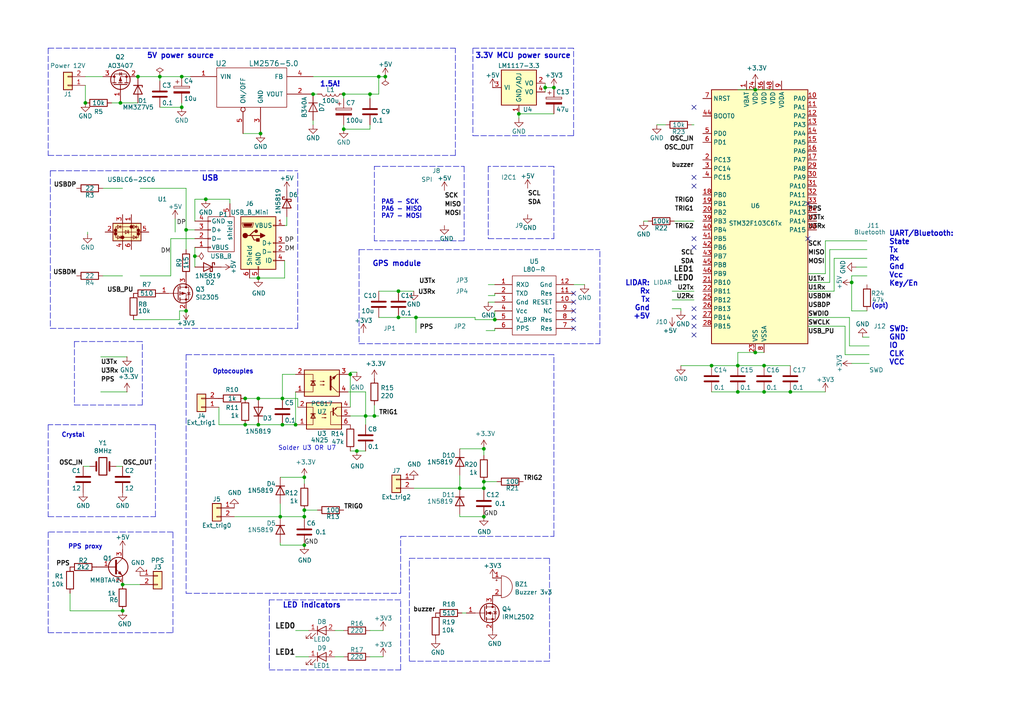
<source format=kicad_sch>
(kicad_sch (version 20231120) (generator "eeschema") (generator_version "8.0")
  (paper "A4")
  (junction (at 88.265 158.115))
  (junction (at 115.57 84.455))
  (junction (at 247.015 81.915))
  (junction (at 143.51 92.71))
  (junction (at 88.265 147.955))
  (junction (at 53.975 66.675))
  (junction (at 75.565 38.735))
  (junction (at 56.515 74.295))
  (junction (at 106.045 120.65))
  (junction (at 133.35 141.605))
  (junction (at 88.265 149.86))
  (junction (at 103.505 130.81))
  (junction (at 219.075 26.035))
  (junction (at 81.915 115.57))
  (junction (at 140.335 141.605))
  (junction (at 101.6 108.585))
  (junction (at 229.235 113.665))
  (junction (at 85.725 123.19))
  (junction (at 52.705 22.225))
  (junction (at 206.375 106.045))
  (junction (at 35.56 177.165))
  (junction (at 99.695 37.465))
  (junction (at 74.93 123.19))
  (junction (at 24.765 29.845))
  (junction (at 81.28 149.86))
  (junction (at 221.615 113.665))
  (junction (at 108.585 120.65))
  (junction (at 88.265 138.43))
  (junction (at 34.925 29.845))
  (junction (at 213.995 113.665))
  (junction (at 219.075 102.235))
  (junction (at 59.69 57.785))
  (junction (at 81.915 123.19))
  (junction (at 115.57 92.075))
  (junction (at 99.695 27.305))
  (junction (at 221.615 106.045))
  (junction (at 40.005 22.225))
  (junction (at 140.335 130.175))
  (junction (at 53.975 90.17))
  (junction (at 74.93 115.57))
  (junction (at 71.12 115.57))
  (junction (at 160.655 25.4))
  (junction (at 140.335 139.7))
  (junction (at 111.76 22.225))
  (junction (at 35.56 169.545))
  (junction (at 150.495 33.02))
  (junction (at 140.335 149.86))
  (junction (at 46.355 22.225))
  (junction (at 74.93 80.645))
  (junction (at 120.65 92.075))
  (junction (at 107.315 27.305))
  (junction (at 90.805 27.305))
  (junction (at 52.705 31.115))
  (junction (at 213.995 106.045))
  (junction (at 109.855 22.225))
  (junction (at 71.12 123.19))
  (junction (at 158.115 25.4))
  (no_connect (at 166.37 87.63))
  (no_connect (at 166.37 90.17))
  (no_connect (at 201.295 92.075))
  (no_connect (at 201.295 51.435))
  (no_connect (at 234.315 69.215))
  (no_connect (at 166.37 92.71))
  (no_connect (at 201.295 97.155))
  (no_connect (at 201.295 53.975))
  (no_connect (at 201.295 71.755))
  (no_connect (at 201.295 89.535))
  (no_connect (at 166.37 85.09))
  (no_connect (at 201.295 31.115))
  (no_connect (at 201.295 69.215))
  (no_connect (at 234.315 59.055))
  (no_connect (at 166.37 95.25))
  (no_connect (at 201.295 94.615))
  (wire (pts (xy 239.395 79.375) (xy 239.395 69.85)))
  (polyline (pts (xy 13.97 45.085) (xy 132.08 45.085)) (stroke (width 0) (type dash)))
  (wire (pts (xy 109.855 92.075) (xy 115.57 92.075)))
  (polyline (pts (xy 45.085 149.86) (xy 45.085 123.19)) (stroke (width 0) (type dash)))
  (wire (pts (xy 29.845 80.01) (xy 35.56 80.01)))
  (wire (pts (xy 56.515 74.295) (xy 56.515 77.47)))
  (wire (pts (xy 143.51 95.885) (xy 140.97 95.885)))
  (wire (pts (xy 101.6 108.585) (xy 100.965 108.585)))
  (wire (pts (xy 234.315 79.375) (xy 239.395 79.375)))
  (wire (pts (xy 100.965 113.665) (xy 106.045 113.665)))
  (wire (pts (xy 24.765 24.765) (xy 24.765 29.845)))
  (wire (pts (xy 40.005 22.225) (xy 46.355 22.225)))
  (polyline (pts (xy 134.62 48.26) (xy 134.62 69.85)) (stroke (width 0) (type dash)))
  (wire (pts (xy 141.605 87.63) (xy 143.51 87.63)))
  (wire (pts (xy 97.155 190.5) (xy 99.695 190.5)))
  (wire (pts (xy 234.315 92.075) (xy 246.38 92.075)))
  (wire (pts (xy 63.5 118.11) (xy 63.5 123.19)))
  (wire (pts (xy 88.265 158.115) (xy 81.28 158.115)))
  (polyline (pts (xy 104.14 99.695) (xy 173.99 99.695)) (stroke (width 0) (type dash)))
  (wire (pts (xy 143.51 82.55) (xy 141.605 82.55)))
  (wire (pts (xy 70.485 38.735) (xy 75.565 38.735)))
  (wire (pts (xy 85.725 182.88) (xy 89.535 182.88)))
  (wire (pts (xy 106.045 123.19) (xy 106.045 120.65)))
  (polyline (pts (xy 86.36 95.25) (xy 86.36 49.53)) (stroke (width 0) (type dash)))
  (polyline (pts (xy 14.605 95.25) (xy 86.36 95.25)) (stroke (width 0) (type dash)))
  (wire (pts (xy 49.53 69.215) (xy 56.515 69.215)))
  (wire (pts (xy 103.505 130.81) (xy 101.6 130.81)))
  (wire (pts (xy 219.075 26.035) (xy 219.075 24.13)))
  (polyline (pts (xy 78.105 194.31) (xy 116.205 194.31)) (stroke (width 0) (type dash)))
  (wire (pts (xy 213.995 113.665) (xy 221.615 113.665)))
  (wire (pts (xy 49.53 69.215) (xy 49.53 80.01)))
  (wire (pts (xy 213.995 106.045) (xy 213.995 102.235)))
  (polyline (pts (xy 13.97 13.97) (xy 13.97 45.085)) (stroke (width 0) (type dash)))
  (polyline (pts (xy 104.14 72.39) (xy 104.14 99.695)) (stroke (width 0) (type dash)))
  (wire (pts (xy 234.315 81.915) (xy 240.665 81.915)))
  (wire (pts (xy 247.015 105.41) (xy 252.095 105.41)))
  (wire (pts (xy 137.795 92.71) (xy 137.795 92.075)))
  (wire (pts (xy 46.355 23.495) (xy 46.355 22.225)))
  (wire (pts (xy 133.35 149.86) (xy 133.35 149.225)))
  (polyline (pts (xy 159.385 191.77) (xy 118.745 191.77)) (stroke (width 0) (type dash)))
  (polyline (pts (xy 41.275 117.475) (xy 41.275 99.06)) (stroke (width 0) (type dash)))
  (wire (pts (xy 197.485 89.535) (xy 197.485 90.17)))
  (wire (pts (xy 234.315 84.455) (xy 241.935 84.455)))
  (wire (pts (xy 141.605 85.725) (xy 143.51 85.725)))
  (wire (pts (xy 213.995 26.035) (xy 219.075 26.035)))
  (wire (pts (xy 86.36 115.57) (xy 86.36 118.11)))
  (polyline (pts (xy 160.655 69.215) (xy 160.655 48.26)) (stroke (width 0) (type dash)))
  (wire (pts (xy 50.8 63.5) (xy 50.8 67.31)))
  (wire (pts (xy 201.295 84.455) (xy 194.945 84.455)))
  (wire (pts (xy 194.945 86.995) (xy 201.295 86.995)))
  (wire (pts (xy 20.32 177.165) (xy 35.56 177.165)))
  (wire (pts (xy 245.11 94.615) (xy 245.11 102.87)))
  (wire (pts (xy 195.58 64.135) (xy 201.295 64.135)))
  (wire (pts (xy 213.995 106.045) (xy 221.615 106.045)))
  (wire (pts (xy 143.51 85.725) (xy 143.51 85.09)))
  (polyline (pts (xy 116.205 172.085) (xy 116.205 155.575)) (stroke (width 0) (type dash)))
  (polyline (pts (xy 13.97 123.19) (xy 13.97 149.86)) (stroke (width 0) (type dash)))
  (wire (pts (xy 150.495 33.02) (xy 160.655 33.02)))
  (wire (pts (xy 29.21 113.665) (xy 36.83 113.665)))
  (wire (pts (xy 88.265 149.86) (xy 88.265 147.955)))
  (polyline (pts (xy 14.605 49.53) (xy 14.605 95.25)) (stroke (width 0) (type dash)))
  (wire (pts (xy 186.69 64.135) (xy 187.96 64.135)))
  (wire (pts (xy 99.695 27.305) (xy 99.695 28.575)))
  (wire (pts (xy 25.4 67.945) (xy 25.4 67.31)))
  (wire (pts (xy 101.6 108.585) (xy 101.6 107.95)))
  (wire (pts (xy 52.705 31.115) (xy 52.705 29.845)))
  (wire (pts (xy 72.39 80.645) (xy 74.93 80.645)))
  (wire (pts (xy 120.015 141.605) (xy 133.35 141.605)))
  (polyline (pts (xy 13.97 149.86) (xy 45.085 149.86)) (stroke (width 0) (type dash)))
  (wire (pts (xy 46.355 31.115) (xy 52.705 31.115)))
  (wire (pts (xy 158.115 24.13) (xy 158.115 25.4)))
  (wire (pts (xy 53.975 66.675) (xy 56.515 66.675)))
  (polyline (pts (xy 53.975 102.87) (xy 53.975 172.085)) (stroke (width 0) (type dash)))
  (wire (pts (xy 53.975 72.39) (xy 53.975 66.675)))
  (polyline (pts (xy 13.97 13.97) (xy 132.08 13.97)) (stroke (width 0) (type dash)))
  (wire (pts (xy 120.65 92.075) (xy 115.57 92.075)))
  (wire (pts (xy 252.095 102.87) (xy 245.11 102.87)))
  (wire (pts (xy 85.725 190.5) (xy 89.535 190.5)))
  (wire (pts (xy 206.375 106.045) (xy 213.995 106.045)))
  (wire (pts (xy 88.265 150.495) (xy 88.265 149.86)))
  (polyline (pts (xy 108.585 69.85) (xy 108.585 48.26)) (stroke (width 0) (type dash)))
  (polyline (pts (xy 50.165 183.515) (xy 50.165 154.305)) (stroke (width 0) (type dash)))
  (polyline (pts (xy 118.745 191.77) (xy 118.745 161.925)) (stroke (width 0) (type dash)))
  (wire (pts (xy 106.045 113.665) (xy 106.045 120.65)))
  (wire (pts (xy 34.925 29.845) (xy 40.005 29.845)))
  (wire (pts (xy 219.075 102.235) (xy 221.615 102.235)))
  (polyline (pts (xy 50.165 154.305) (xy 13.97 154.305)) (stroke (width 0) (type dash)))
  (wire (pts (xy 81.915 115.57) (xy 81.915 108.585)))
  (wire (pts (xy 90.805 34.925) (xy 90.805 36.195)))
  (wire (pts (xy 106.045 120.65) (xy 108.585 120.65)))
  (wire (pts (xy 133.985 177.8) (xy 135.255 177.8)))
  (wire (pts (xy 81.28 138.43) (xy 88.265 138.43)))
  (wire (pts (xy 229.235 113.665) (xy 239.395 113.665)))
  (polyline (pts (xy 104.14 72.39) (xy 173.99 72.39)) (stroke (width 0) (type dash)))
  (wire (pts (xy 88.265 138.43) (xy 88.265 140.335)))
  (wire (pts (xy 85.725 123.19) (xy 86.36 123.19)))
  (wire (pts (xy 101.6 118.11) (xy 101.6 108.585)))
  (wire (pts (xy 221.615 106.045) (xy 229.235 106.045)))
  (wire (pts (xy 38.735 92.71) (xy 52.07 92.71)))
  (wire (pts (xy 24.13 135.255) (xy 26.035 135.255)))
  (polyline (pts (xy 13.97 154.305) (xy 13.97 183.515)) (stroke (width 0) (type dash)))
  (wire (pts (xy 53.975 54.61) (xy 53.975 66.675)))
  (wire (pts (xy 107.315 27.305) (xy 109.855 27.305)))
  (wire (pts (xy 143.51 95.25) (xy 143.51 95.885)))
  (wire (pts (xy 108.585 120.65) (xy 109.855 120.65)))
  (polyline (pts (xy 166.37 13.97) (xy 137.16 13.97)) (stroke (width 0) (type dash)))
  (wire (pts (xy 71.12 115.57) (xy 74.93 115.57)))
  (wire (pts (xy 81.28 149.86) (xy 81.28 146.05)))
  (wire (pts (xy 56.515 71.755) (xy 56.515 74.295)))
  (wire (pts (xy 66.675 57.785) (xy 66.675 59.055)))
  (wire (pts (xy 241.935 84.455) (xy 241.935 74.93)))
  (polyline (pts (xy 159.385 161.925) (xy 159.385 191.77)) (stroke (width 0) (type dash)))
  (wire (pts (xy 59.69 57.785) (xy 66.675 57.785)))
  (wire (pts (xy 140.335 149.86) (xy 133.35 149.86)))
  (wire (pts (xy 52.07 92.71) (xy 52.07 90.17)))
  (wire (pts (xy 101.6 120.65) (xy 106.045 120.65)))
  (polyline (pts (xy 53.975 172.085) (xy 116.205 172.085)) (stroke (width 0) (type dash)))
  (wire (pts (xy 40.64 54.61) (xy 53.975 54.61)))
  (wire (pts (xy 81.915 123.19) (xy 85.725 123.19)))
  (wire (pts (xy 24.765 22.225) (xy 29.845 22.225)))
  (wire (pts (xy 246.38 92.075) (xy 246.38 100.33)))
  (polyline (pts (xy 21.59 117.475) (xy 41.275 117.475)) (stroke (width 0) (type dash)))
  (wire (pts (xy 140.335 130.175) (xy 140.335 132.08)))
  (polyline (pts (xy 118.745 161.925) (xy 159.385 161.925)) (stroke (width 0) (type dash)))
  (polyline (pts (xy 134.62 69.85) (xy 108.585 69.85)) (stroke (width 0) (type dash)))
  (wire (pts (xy 250.19 97.79) (xy 252.095 97.79)))
  (wire (pts (xy 120.65 96.52) (xy 120.65 92.075)))
  (polyline (pts (xy 160.655 48.26) (xy 141.605 48.26)) (stroke (width 0) (type dash)))
  (wire (pts (xy 52.705 22.225) (xy 55.245 22.225)))
  (wire (pts (xy 56.515 57.785) (xy 59.69 57.785)))
  (wire (pts (xy 150.495 34.29) (xy 150.495 33.02)))
  (wire (pts (xy 240.665 81.915) (xy 240.665 72.39)))
  (wire (pts (xy 35.56 135.255) (xy 33.655 135.255)))
  (wire (pts (xy 248.285 77.47) (xy 251.46 77.47)))
  (wire (pts (xy 56.515 57.785) (xy 56.515 64.135)))
  (wire (pts (xy 240.665 72.39) (xy 251.46 72.39)))
  (wire (pts (xy 213.995 102.235) (xy 219.075 102.235)))
  (polyline (pts (xy 160.655 155.575) (xy 160.655 102.87)) (stroke (width 0) (type dash)))
  (wire (pts (xy 140.335 141.605) (xy 140.335 139.7)))
  (polyline (pts (xy 78.105 173.99) (xy 78.105 194.31)) (stroke (width 0) (type dash)))
  (polyline (pts (xy 14.605 49.53) (xy 86.36 49.53)) (stroke (width 0) (type dash)))
  (wire (pts (xy 133.35 141.605) (xy 133.35 137.795)))
  (wire (pts (xy 158.115 25.4) (xy 158.115 26.67)))
  (wire (pts (xy 88.265 147.955) (xy 92.075 147.955)))
  (wire (pts (xy 252.095 100.33) (xy 246.38 100.33)))
  (wire (pts (xy 83.185 62.865) (xy 83.185 65.405)))
  (wire (pts (xy 115.57 84.455) (xy 120.015 84.455)))
  (wire (pts (xy 109.855 27.305) (xy 109.855 22.225)))
  (wire (pts (xy 247.015 80.01) (xy 251.46 80.01)))
  (wire (pts (xy 97.155 182.88) (xy 99.695 182.88)))
  (wire (pts (xy 247.015 80.01) (xy 247.015 81.915)))
  (wire (pts (xy 29.21 103.505) (xy 36.83 103.505)))
  (wire (pts (xy 234.315 94.615) (xy 245.11 94.615)))
  (wire (pts (xy 247.015 81.915) (xy 247.015 90.17)))
  (wire (pts (xy 221.615 113.665) (xy 229.235 113.665)))
  (wire (pts (xy 133.35 130.175) (xy 140.335 130.175)))
  (wire (pts (xy 29.845 54.61) (xy 35.56 54.61)))
  (wire (pts (xy 107.315 37.465) (xy 99.695 37.465)))
  (polyline (pts (xy 132.08 45.085) (xy 132.08 13.97)) (stroke (width 0) (type dash)))
  (wire (pts (xy 251.46 90.17) (xy 247.015 90.17)))
  (wire (pts (xy 158.115 25.4) (xy 160.655 25.4)))
  (wire (pts (xy 35.56 169.545) (xy 40.64 169.545)))
  (polyline (pts (xy 41.275 99.06) (xy 21.59 99.06)) (stroke (width 0) (type dash)))
  (polyline (pts (xy 137.16 13.97) (xy 137.16 39.37)) (stroke (width 0) (type dash)))
  (polyline (pts (xy 116.205 155.575) (xy 160.655 155.575)) (stroke (width 0) (type dash)))
  (wire (pts (xy 107.315 190.5) (xy 111.125 190.5)))
  (wire (pts (xy 99.695 37.465) (xy 99.695 36.195)))
  (wire (pts (xy 90.805 22.225) (xy 109.855 22.225)))
  (wire (pts (xy 137.795 92.075) (xy 120.65 92.075)))
  (wire (pts (xy 140.335 142.24) (xy 140.335 141.605)))
  (wire (pts (xy 109.855 22.225) (xy 111.76 22.225)))
  (wire (pts (xy 52.07 90.17) (xy 53.975 90.17)))
  (polyline (pts (xy 53.975 102.87) (xy 160.655 102.87)) (stroke (width 0) (type dash)))
  (polyline (pts (xy 108.585 48.26) (xy 134.62 48.26)) (stroke (width 0) (type dash)))
  (wire (pts (xy 137.795 92.71) (xy 143.51 92.71)))
  (wire (pts (xy 107.315 36.195) (xy 107.315 37.465)))
  (wire (pts (xy 83.185 65.405) (xy 82.55 65.405)))
  (wire (pts (xy 107.315 27.305) (xy 107.315 28.575)))
  (wire (pts (xy 106.045 130.81) (xy 103.505 130.81)))
  (polyline (pts (xy 116.205 173.99) (xy 78.105 173.99)) (stroke (width 0) (type dash)))
  (wire (pts (xy 81.28 158.115) (xy 81.28 157.48)))
  (wire (pts (xy 190.5 36.195) (xy 193.04 36.195)))
  (polyline (pts (xy 173.99 99.695) (xy 173.99 72.39)) (stroke (width 0) (type dash)))
  (wire (pts (xy 82.55 80.645) (xy 82.55 75.565)))
  (wire (pts (xy 99.695 27.305) (xy 107.315 27.305)))
  (wire (pts (xy 71.12 123.19) (xy 74.93 123.19)))
  (polyline (pts (xy 137.16 39.37) (xy 166.37 39.37)) (stroke (width 0) (type dash)))
  (wire (pts (xy 81.915 115.57) (xy 86.36 115.57)))
  (wire (pts (xy 67.945 149.86) (xy 81.28 149.86)))
  (wire (pts (xy 206.375 113.665) (xy 213.995 113.665)))
  (wire (pts (xy 109.855 84.455) (xy 115.57 84.455)))
  (polyline (pts (xy 21.59 99.06) (xy 21.59 117.475)) (stroke (width 0) (type dash)))
  (wire (pts (xy 90.805 27.305) (xy 92.075 27.305)))
  (polyline (pts (xy 166.37 39.37) (xy 166.37 13.97)) (stroke (width 0) (type dash)))
  (wire (pts (xy 133.35 141.605) (xy 140.335 141.605)))
  (polyline (pts (xy 141.605 69.215) (xy 160.655 69.215)) (stroke (width 0) (type dash)))
  (wire (pts (xy 140.335 139.7) (xy 144.145 139.7)))
  (wire (pts (xy 32.385 29.845) (xy 34.925 29.845)))
  (wire (pts (xy 85.725 113.665) (xy 85.725 123.19)))
  (wire (pts (xy 239.395 69.85) (xy 251.46 69.85)))
  (polyline (pts (xy 13.97 183.515) (xy 50.165 183.515)) (stroke (width 0) (type dash)))
  (wire (pts (xy 219.075 26.035) (xy 224.155 26.035)))
  (wire (pts (xy 200.66 36.195) (xy 201.295 36.195)))
  (wire (pts (xy 20.32 172.085) (xy 20.32 177.165)))
  (wire (pts (xy 74.93 80.645) (xy 82.55 80.645)))
  (polyline (pts (xy 141.605 48.26) (xy 141.605 69.215)) (stroke (width 0) (type dash)))
  (polyline (pts (xy 116.205 194.31) (xy 116.205 173.99)) (stroke (width 0) (type dash)))
  (wire (pts (xy 81.915 123.19) (xy 74.93 123.19)))
  (wire (pts (xy 74.93 115.57) (xy 81.915 115.57)))
  (wire (pts (xy 46.355 22.225) (xy 52.705 22.225)))
  (wire (pts (xy 143.51 92.71) (xy 143.51 90.17)))
  (wire (pts (xy 241.935 74.93) (xy 251.46 74.93)))
  (wire (pts (xy 101.6 107.95) (xy 103.505 107.95)))
  (polyline (pts (xy 45.085 123.19) (xy 13.97 123.19)) (stroke (width 0) (type dash)))
  (wire (pts (xy 40.64 80.01) (xy 49.53 80.01)))
  (wire (pts (xy 81.28 149.86) (xy 88.265 149.86)))
  (wire (pts (xy 107.315 182.88) (xy 111.125 182.88)))
  (wire (pts (xy 166.37 82.55) (xy 169.545 82.55)))
  (wire (pts (xy 194.945 89.535) (xy 197.485 89.535)))
  (wire (pts (xy 81.915 108.585) (xy 85.725 108.585)))
  (wire (pts (xy 63.5 123.19) (xy 71.12 123.19)))
  (wire (pts (xy 197.485 106.045) (xy 206.375 106.045)))
  (wire (pts (xy 108.585 117.475) (xy 108.585 120.65)))
  (text "5V power source" (at 42.545 17.145 0) (effects (font (size 1.524 1.524) (thickness 0.3048) (bold yes)) (justify left bottom)))
  (text "LED indicators" (at 81.915 176.53 0) (effects (font (size 1.524 1.524) (thickness 0.3048) (bold yes)) (justify left bottom)))
  (text "(opt)" (at 252.73 89.535 0) (effects (font (size 1.27 1.27) (thickness 0.254) (bold yes)) (justify left bottom)))
  (text "GPS module" (at 107.95 77.47 0) (effects (font (size 1.524 1.524) (thickness 0.3048) (bold yes)) (justify left bottom)))
  (text "UART/Bluetooth:\nState\nTx\nRx\nGnd\nVcc\nKey/En" (at 257.81 83.185 0) (effects (font (size 1.4986 1.4986) (thickness 0.2997) (bold yes)) (justify left bottom)))
  (text "LIDAR:\nRx\nTx\nGnd\n+5V" (at 188.595 92.71 0) (effects (font (size 1.4986 1.4986) (thickness 0.2997) (bold yes)) (justify right bottom)))
  (text "SWD:\nGND\nIO\nCLK\nVCC" (at 257.81 106.045 0) (effects (font (size 1.4986 1.4986) (thickness 0.2997) (bold yes)) (justify left bottom)))
  (text "USB" (at 58.42 52.705 0) (effects (font (size 1.5494 1.5494) (thickness 0.3099) (bold yes)) (justify left bottom)))
  (text "3.3V MCU power source" (at 137.795 17.145 0) (effects (font (size 1.524 1.524) (thickness 0.3048) (bold yes)) (justify left bottom)))
  (text "PA5 - SCK\nPA6 - MISO\nPA7 - MOSI" (at 110.49 63.5 0) (effects (font (size 1.27 1.27) (thickness 0.254) (bold yes)) (justify left bottom)))
  (text "PPS proxy" (at 19.685 159.385 0) (effects (font (size 1.27 1.27) (thickness 0.254) (bold yes)) (justify left bottom)))
  (text "Crystal" (at 17.78 127 0) (effects (font (size 1.27 1.27) (thickness 0.254) (bold yes)) (justify left bottom)))
  (text "1.5A!" (at 92.71 25.4 0) (effects (font (size 1.524 1.524) (thickness 0.3048) (bold yes)) (justify left bottom)))
  (text "Optocouples" (at 61.595 108.585 0) (effects (font (size 1.27 1.27) (thickness 0.254) (bold yes)) (justify left bottom)))
  (text "Solder U3 OR U7" (at 80.645 130.81 0) (effects (font (size 1.27 1.27)) (justify left bottom)))
  (label "TRIG0" (at 99.695 147.955 0) (effects (font (thickness 0.254) (bold yes))))
  (label "USBDP" (at 234.315 89.535 0) (effects (font (thickness 0.254) (bold yes))))
  (label "SCK" (at 128.905 57.785 0) (effects (font (thickness 0.254) (bold yes))))
  (label "TRIG2" (at 201.295 66.675 180) (effects (font (thickness 0.254) (bold yes))))
  (label "DM" (at 49.53 73.66 180))
  (label "SDA" (at 153.035 59.69 0) (effects (font (thickness 0.254) (bold yes))))
  (label "U3Tx" (at 126.365 82.55 180) (effects (font (thickness 0.254) (bold yes))))
  (label "U3Rx" (at 126.365 85.725 180) (effects (font (thickness 0.254) (bold yes))))
  (label "MISO" (at 234.315 74.295 0) (effects (font (thickness 0.254) (bold yes))))
  (label "USB_PU" (at 234.315 97.155 0) (effects (font (thickness 0.254) (bold yes))))
  (label "SCL" (at 153.035 57.15 0) (effects (font (thickness 0.254) (bold yes))))
  (label "SCK" (at 234.315 71.755 0) (effects (font (thickness 0.254) (bold yes))))
  (label "TRIG2" (at 151.765 139.7 0) (effects (font (thickness 0.254) (bold yes))))
  (label "U3Tx" (at 29.21 106.045 0) (effects (font (thickness 0.254) (bold yes))))
  (label "SCL" (at 201.295 74.295 180) (effects (font (thickness 0.254) (bold yes))))
  (label "MOSI" (at 128.905 62.865 0) (effects (font (thickness 0.254) (bold yes))))
  (label "MISO" (at 128.905 60.325 0) (effects (font (thickness 0.254) (bold yes))))
  (label "TRIG0" (at 201.295 59.055 180) (effects (font (thickness 0.254) (bold yes))))
  (label "USBDM" (at 234.315 86.995 0) (effects (font (thickness 0.254) (bold yes))))
  (label "GND" (at 140.335 149.86 0))
  (label "U3Rx" (at 234.315 66.675 0) (effects (font (thickness 0.254) (bold yes))))
  (label "PPS" (at 234.315 61.595 0) (effects (font (thickness 0.254) (bold yes))))
  (label "SDA" (at 201.295 76.835 180) (effects (font (thickness 0.254) (bold yes))))
  (label "LED1" (at 85.725 190.5 180) (effects (font (size 1.524 1.524) (thickness 0.3048) (bold yes))))
  (label "PPS" (at 125.73 95.885 180) (effects (font (thickness 0.254) (bold yes))))
  (label "USBDP" (at 22.225 54.61 180) (effects (font (thickness 0.254) (bold yes))))
  (label "U3Tx" (at 234.315 64.135 0) (effects (font (thickness 0.254) (bold yes))))
  (label "OSC_OUT" (at 35.56 135.255 0) (effects (font (thickness 0.254) (bold yes))))
  (label "U2Tx" (at 201.295 84.455 180) (effects (font (thickness 0.254) (bold yes))))
  (label "DP" (at 82.55 70.485 0))
  (label "buzzer" (at 126.365 177.8 180) (effects (font (thickness 0.254) (bold yes))))
  (label "USBDM" (at 22.225 80.01 180) (effects (font (thickness 0.254) (bold yes))))
  (label "DP" (at 53.975 65.405 180))
  (label "PPS" (at 20.32 164.465 180) (effects (font (thickness 0.254) (bold yes))))
  (label "USB_PU" (at 38.735 85.09 180) (effects (font (thickness 0.254) (bold yes))))
  (label "buzzer" (at 201.295 48.895 180) (effects (font (thickness 0.254) (bold yes))))
  (label "U1Tx" (at 234.315 81.915 0) (effects (font (thickness 0.254) (bold yes))))
  (label "MOSI" (at 234.315 76.835 0) (effects (font (thickness 0.254) (bold yes))))
  (label "U2Rx" (at 201.295 86.995 180) (effects (font (thickness 0.254) (bold yes))))
  (label "LED1" (at 201.295 79.375 180) (effects (font (size 1.524 1.524) (thickness 0.3048) (bold yes))))
  (label "OSC_IN" (at 24.13 135.255 180) (effects (font (thickness 0.254) (bold yes))))
  (label "U3Rx" (at 29.21 108.585 0) (effects (font (thickness 0.254) (bold yes))))
  (label "SWDIO" (at 234.315 92.075 0) (effects (font (thickness 0.254) (bold yes))))
  (label "DM" (at 82.55 73.025 0))
  (label "LED0" (at 85.725 182.88 180) (effects (font (size 1.524 1.524) (thickness 0.3048) (bold yes))))
  (label "PPS" (at 29.21 111.125 0) (effects (font (thickness 0.254) (bold yes))))
  (label "TRIG1" (at 201.295 61.595 180) (effects (font (thickness 0.254) (bold yes))))
  (label "U1Rx" (at 234.315 84.455 0) (effects (font (thickness 0.254) (bold yes))))
  (label "GND" (at 88.265 158.115 0))
  (label "OSC_OUT" (at 201.295 43.815 180) (effects (font (thickness 0.254) (bold yes))))
  (label "OSC_IN" (at 201.295 41.275 180) (effects (font (thickness 0.254) (bold yes))))
  (label "LED0" (at 201.295 81.915 180) (effects (font (size 1.524 1.524) (thickness 0.3048) (bold yes))))
  (label "TRIG1" (at 109.855 120.65 0) (effects (font (thickness 0.254) (bold yes))))
  (label "SWCLK" (at 234.315 94.615 0) (effects (font (thickness 0.254) (bold yes))))
  (symbol (lib_id "stm32-rescue:C") (at 206.375 109.855 0) (unit 1)
    (property "Reference" "C14" (at 207.01 107.315 0) (effects (justify left)))
    (property "Value" "0.1" (at 207.01 112.395 0) (effects (justify left)))
    (property "Footprint" "Capacitor_SMD:C_0603_1608Metric_Pad1.05x0.95mm_HandSolder" (effects (hide yes)))
  )
  (symbol (lib_id "stm32-rescue:LM2576HV") (at 73.025 24.765 0) (unit 1)
    (property "Reference" "U2" (at 64.135 18.415 0) (effects (font (size 1.524 1.524))))
    (property "Value" "LM2576-5.0" (at 79.375 18.415 0) (effects (font (size 1.524 1.524))))
    (property "Footprint" "TO_SOT_Packages_THT:TO-220-5_P3.4x3.7mm_StaggerEven_Lead3.8mm_Vertical" (effects (hide yes)))
    (property "Manufacturer" "Texas Instruments" (effects (hide yes)))
  )
  (symbol (lib_id "stm32-rescue:LM1117-3.3-RESCUE-stm32") (at 150.495 25.4 0) (unit 1)
    (property "Reference" "U4" (at 153.035 31.75 0))
    (property "Value" "LM1117-3.3" (at 150.495 19.05 0))
    (property "Footprint" "TO_SOT_Packages_SMD:SOT-223" (effects (hide yes)))
  )
  (symbol (lib_id "stm32-rescue:D") (at 90.805 31.115 270) (unit 1)
    (property "Reference" "D7" (at 93.345 31.115 0))
    (property "Value" "B340A" (at 88.265 31.115 0))
    (property "Footprint" "Diode_SMD:D_SMA_Handsoldering" (effects (hide yes)))
  )
  (symbol (lib_id "stm32-rescue:L") (at 95.885 27.305 270) (unit 1)
    (property "Reference" "L1" (at 95.885 26.035 90))
    (property "Value" "100u" (at 95.885 29.21 90))
    (property "Footprint" "Inductor_SMD:L_12x12mm_H4.5mm" (effects (hide yes)))
  )
  (symbol (lib_id "stm32-rescue:CP") (at 99.695 32.385 0) (unit 1)
    (property "Reference" "C7" (at 100.33 29.845 0) (effects (justify left)))
    (property "Value" "100u" (at 100.33 34.925 0) (effects (justify left)))
    (property "Footprint" "Capacitor_THT:CP_Radial_D8.0mm_P3.50mm" (effects (hide yes)))
  )
  (symbol (lib_id "stm32-rescue:GND") (at 90.805 36.195 0) (unit 1)
    (property "Reference" "#PWR020" (effects (hide yes)))
    (property "Value" "GND" (at 90.805 40.005 0))
  )
  (symbol (lib_id "stm32-rescue:CP") (at 52.705 26.035 0) (unit 1)
    (property "Reference" "C4" (at 53.34 23.495 0) (effects (justify left)))
    (property "Value" "10u" (at 53.34 28.575 0) (effects (justify left)))
    (property "Footprint" "Capacitor_SMD:C_1206_3216Metric_Pad1.42x1.75mm_HandSolder" (effects (hide yes)))
  )
  (symbol (lib_id "stm32-rescue:GND") (at 52.705 31.115 0) (unit 1)
    (property "Reference" "#PWR010" (effects (hide yes)))
    (property "Value" "GND" (at 52.705 34.925 0))
  )
  (symbol (lib_id "stm32-rescue:GND") (at 99.695 37.465 0) (unit 1)
    (property "Reference" "#PWR021" (effects (hide yes)))
    (property "Value" "GND" (at 99.695 41.275 0))
  )
  (symbol (lib_id "stm32-rescue:GND") (at 75.565 38.735 0) (unit 1)
    (property "Reference" "#PWR016" (effects (hide yes)))
    (property "Value" "GND" (at 75.565 42.545 0))
  )
  (symbol (lib_id "stm32-rescue:+3.3V") (at 160.655 25.4 0) (unit 1)
    (property "Reference" "#PWR042" (effects (hide yes)))
    (property "Value" "+3V3" (at 160.655 21.844 0))
  )
  (symbol (lib_id "stm32-rescue:LED-RESCUE-stm32") (at 93.345 182.88 0) (unit 1)
    (property "Reference" "D8" (at 93.345 180.34 0))
    (property "Value" "LED0" (at 93.345 185.42 0))
    (property "Footprint" "LED_THT:LED_D5.0mm" (effects (hide yes)))
  )
  (symbol (lib_id "stm32-rescue:R") (at 103.505 182.88 90) (unit 1)
    (property "Reference" "R16" (at 103.505 180.848 90))
    (property "Value" "220" (at 103.505 182.88 90))
    (property "Footprint" "Resistor_SMD:R_0603_1608Metric_Pad1.05x0.95mm_HandSolder" (effects (hide yes)))
  )
  (symbol (lib_id "stm32-rescue:+3.3V") (at 111.125 182.88 0) (unit 1)
    (property "Reference" "#PWR024" (effects (hide yes)))
    (property "Value" "+3V3" (at 111.125 179.324 0))
  )
  (symbol (lib_id "stm32-rescue:C") (at 213.995 109.855 0) (unit 1)
    (property "Reference" "C15" (at 214.63 107.315 0) (effects (justify left)))
    (property "Value" "0.1" (at 214.63 112.395 0) (effects (justify left)))
    (property "Footprint" "Capacitor_SMD:C_0603_1608Metric_Pad1.05x0.95mm_HandSolder" (effects (hide yes)))
  )
  (symbol (lib_id "stm32-rescue:C") (at 221.615 109.855 0) (unit 1)
    (property "Reference" "C16" (at 222.25 107.315 0) (effects (justify left)))
    (property "Value" "0.1" (at 222.25 112.395 0) (effects (justify left)))
    (property "Footprint" "Capacitor_SMD:C_0603_1608Metric_Pad1.05x0.95mm_HandSolder" (effects (hide yes)))
  )
  (symbol (lib_id "stm32-rescue:LED-RESCUE-stm32") (at 93.345 190.5 0) (unit 1)
    (property "Reference" "D9" (at 93.345 187.96 0))
    (property "Value" "LED1" (at 93.345 193.04 0))
    (property "Footprint" "LED_THT:LED_D5.0mm" (effects (hide yes)))
  )
  (symbol (lib_id "stm32-rescue:R") (at 103.505 190.5 90) (unit 1)
    (property "Reference" "R17" (at 103.505 188.468 90))
    (property "Value" "220" (at 103.505 190.5 90))
    (property "Footprint" "Resistor_SMD:R_0603_1608Metric_Pad1.05x0.95mm_HandSolder" (effects (hide yes)))
  )
  (symbol (lib_id "stm32-rescue:+3.3V") (at 111.125 190.5 0) (unit 1)
    (property "Reference" "#PWR025" (effects (hide yes)))
    (property "Value" "+3V3" (at 111.125 186.944 0))
  )
  (symbol (lib_id "stm32-rescue:+3.3V") (at 239.395 113.665 0) (unit 1)
    (property "Reference" "#PWR050" (effects (hide yes)))
    (property "Value" "+3V3" (at 239.395 110.109 0))
  )
  (symbol (lib_id "stm32-rescue:GND") (at 197.485 106.045 0) (unit 1)
    (property "Reference" "#PWR048" (effects (hide yes)))
    (property "Value" "GND" (at 197.485 109.855 0))
  )
  (symbol (lib_id "stm32-rescue:C") (at 229.235 109.855 0) (unit 1)
    (property "Reference" "C17" (at 229.87 107.315 0) (effects (justify left)))
    (property "Value" "0.1" (at 229.87 112.395 0) (effects (justify left)))
    (property "Footprint" "Capacitor_SMD:C_0603_1608Metric_Pad1.05x0.95mm_HandSolder" (effects (hide yes)))
  )
  (symbol (lib_id "stm32-rescue:PWR_FLAG") (at 46.355 22.225 0) (unit 1)
    (property "Reference" "#FLG01" (effects (hide yes)))
    (property "Value" "PWR_FLAG" (effects (hide yes)))
  )
  (symbol (lib_id "stm32-rescue:PWR_FLAG") (at 111.76 22.225 180) (unit 1)
    (property "Reference" "#FLG03" (effects (hide yes)))
    (property "Value" "PWR_FLAG" (effects (hide yes)))
  )
  (symbol (lib_id "stm32-rescue:Q_PMOS_GSD") (at 34.925 24.765 90) (unit 1)
    (property "Reference" "Q2" (at 36.195 16.51 90) (effects (justify left)))
    (property "Value" "AO3407" (at 38.735 19.05 90) (effects (justify left)))
    (property "Footprint" "Package_TO_SOT_SMD:SOT-23_Handsoldering" (effects (hide yes)))
  )
  (symbol (lib_id "stm32-rescue:C") (at 46.355 27.305 0) (unit 1)
    (property "Reference" "C3" (at 46.99 24.765 0) (effects (justify left)))
    (property "Value" "0.1" (at 46.99 29.845 0) (effects (justify left)))
    (property "Footprint" "Capacitor_SMD:C_0603_1608Metric_Pad1.05x0.95mm_HandSolder" (effects (hide yes)))
  )
  (symbol (lib_id "stm32-rescue:C") (at 107.315 32.385 0) (unit 1)
    (property "Reference" "C9" (at 110.49 32.385 0) (effects (justify left)))
    (property "Value" "0.1" (at 107.95 34.925 0) (effects (justify left)))
    (property "Footprint" "Capacitor_SMD:C_0603_1608Metric_Pad1.05x0.95mm_HandSolder" (effects (hide yes)))
  )
  (symbol (lib_id "stm32-rescue:USB_A-RESCUE-stm32") (at 64.135 66.675 270) (mirror x) (unit 1)
    (property "Reference" "P1" (at 64.77 62.23 90))
    (property "Value" "USB_B" (at 64.135 74.295 90))
    (property "Footprint" "Connectors_USB:USB_B_OST_USB-B1HSxx_Horizontal" (effects (hide yes)))
  )
  (symbol (lib_id "stm32-rescue:GND") (at 25.4 67.945 0) (unit 1)
    (property "Reference" "#PWR03" (effects (hide yes)))
    (property "Value" "GND" (at 25.4 71.755 0))
  )
  (symbol (lib_id "stm32-rescue:R") (at 26.035 54.61 270) (unit 1)
    (property "Reference" "R3" (at 26.035 56.642 90))
    (property "Value" "22" (at 26.035 54.61 90))
    (property "Footprint" "Resistor_SMD:R_0603_1608Metric_Pad1.05x0.95mm_HandSolder" (effects (hide yes)))
  )
  (symbol (lib_id "stm32-rescue:R") (at 26.035 80.01 270) (unit 1)
    (property "Reference" "R4" (at 26.035 82.042 90))
    (property "Value" "22" (at 26.035 80.01 90))
    (property "Footprint" "Resistor_SMD:R_0603_1608Metric_Pad1.05x0.95mm_HandSolder" (effects (hide yes)))
  )
  (symbol (lib_id "Power_Protection:USBLC6-2SC6") (at 38.1 67.31 270) (unit 1)
    (property "Reference" "U1" (at 45.72 57.785 90) (effects (justify left)))
    (property "Value" "USBLC6-2SC6" (at 31.115 52.07 90) (effects (justify left)))
    (property "Footprint" "TO_SOT_Packages_SMD:SOT-23-6_Handsoldering" (effects (hide yes)))
    (property "Datasheet" "http://www2.st.com/resource/en/datasheet/CD00050750.pdf" (effects (hide yes)))
  )
  (symbol (lib_id "stm32-rescue:+5V") (at 64.135 77.47 270) (mirror x) (unit 1)
    (property "Reference" "#PWR013" (effects (hide yes)))
    (property "Value" "+5V" (at 67.691 77.47 0))
  )
  (symbol (lib_id "stm32-rescue:R") (at 191.77 64.135 270) (unit 1)
    (property "Reference" "R22" (at 191.77 66.167 90))
    (property "Value" "100k" (at 191.77 64.135 90))
    (property "Footprint" "Resistor_SMD:R_0603_1608Metric_Pad1.05x0.95mm_HandSolder" (effects (hide yes)))
  )
  (symbol (lib_id "stm32-rescue:GND") (at 186.69 64.135 0) (unit 1)
    (property "Reference" "#PWR044" (effects (hide yes)))
    (property "Value" "GND" (at 186.69 67.945 0))
  )
  (symbol (lib_id "Chrono:L80-R") (at 154.94 88.9 0) (unit 1)
    (property "Reference" "U5" (at 154.94 75.819 0))
    (property "Value" "L80-R" (at 154.94 78.1304 0))
    (property "Footprint" "chrono:L80-R" (effects (hide yes)))
  )
  (symbol (lib_id "MCU_ST_STM32F1:STM32F103C6Tx") (at 219.075 64.135 0) (unit 1)
    (property "Reference" "U6" (at 219.075 59.69 0))
    (property "Value" "STM32F103C6Tx" (at 219.075 64.77 0))
    (property "Footprint" "Package_QFP:LQFP-48_7x7mm_P0.5mm" (effects (hide yes)))
    (property "Datasheet" "http://www.st.com/st-web-ui/static/active/en/resource/technical/document/datasheet/CD00210843.pdf" (effects (hide yes)))
  )
  (symbol (lib_id "Connector:Conn_01x06_Female") (at 256.54 74.93 0) (unit 1)
    (property "Reference" "J11" (at 251.46 65.405 0) (effects (justify left)))
    (property "Value" "Bluetooth" (at 247.65 67.31 0) (effects (justify left)))
    (property "Footprint" "Connector_PinSocket_2.54mm:PinSocket_1x06_P2.54mm_Vertical" (effects (hide yes)))
  )
  (symbol (lib_id "stm32-rescue:R") (at 28.575 29.845 90) (unit 1)
    (property "Reference" "R5" (at 28.575 32.385 90))
    (property "Value" "10k" (at 28.575 29.845 90))
    (property "Footprint" "Resistor_SMD:R_0603_1608Metric_Pad1.05x0.95mm_HandSolder" (effects (hide yes)))
  )
  (symbol (lib_id "Device:D_Zener") (at 40.005 26.035 270) (unit 1)
    (property "Reference" "D1" (at 40.005 29.21 90) (effects (justify left)))
    (property "Value" "MM3Z7V5" (at 35.56 31.115 90) (effects (justify left)))
    (property "Footprint" "Diode_SMD:D_0805_2012Metric_Pad1.15x1.40mm_HandSolder" (effects (hide yes)))
  )
  (symbol (lib_id "Device:Crystal") (at 29.845 135.255 0) (unit 1)
    (property "Reference" "Y1" (at 29.845 128.4478 0))
    (property "Value" "8MHz" (at 29.845 130.7592 0))
    (property "Footprint" "Crystal:Crystal_HC49-U_Vertical" (effects (hide yes)))
  )
  (symbol (lib_id "stm32-rescue:C") (at 35.56 139.065 0) (unit 1)
    (property "Reference" "C2" (at 36.195 136.525 0) (effects (justify left)))
    (property "Value" "12" (at 36.195 141.605 0) (effects (justify left)))
    (property "Footprint" "Capacitor_SMD:C_0603_1608Metric_Pad1.05x0.95mm_HandSolder" (effects (hide yes)))
  )
  (symbol (lib_id "stm32-rescue:C") (at 24.13 139.065 0) (mirror y) (unit 1)
    (property "Reference" "C1" (at 23.495 136.525 0) (effects (justify left)))
    (property "Value" "12" (at 23.495 141.605 0) (effects (justify left)))
    (property "Footprint" "Capacitor_SMD:C_0603_1608Metric_Pad1.05x0.95mm_HandSolder" (effects (hide yes)))
  )
  (symbol (lib_id "stm32-rescue:GND") (at 24.13 142.875 0) (unit 1)
    (property "Reference" "#PWR01" (effects (hide yes)))
    (property "Value" "GND" (at 24.13 146.685 0))
  )
  (symbol (lib_id "stm32-rescue:GND") (at 35.56 142.875 0) (unit 1)
    (property "Reference" "#PWR04" (effects (hide yes)))
    (property "Value" "GND" (at 35.56 146.685 0))
  )
  (symbol (lib_id "Connector:Conn_01x05_Female") (at 123.825 60.325 180) (unit 1)
    (property "Reference" "J8" (at 126.5682 49.53 0))
    (property "Value" "SPI" (at 123.825 52.07 0))
    (property "Footprint" "Connector_PinSocket_2.54mm:PinSocket_1x05_P2.54mm_Vertical" (effects (hide yes)))
  )
  (symbol (lib_id "stm32-rescue:+5V") (at 128.905 55.245 0) (unit 1)
    (property "Reference" "#PWR030" (effects (hide yes)))
    (property "Value" "+5V" (at 128.905 51.689 0))
  )
  (symbol (lib_id "stm32-rescue:GND") (at 128.905 65.405 0) (unit 1)
    (property "Reference" "#PWR031" (effects (hide yes)))
    (property "Value" "GND" (at 129.54 69.215 0))
  )
  (symbol (lib_id "Connector:Conn_01x04_Female") (at 147.955 57.15 0) (mirror y) (unit 1)
    (property "Reference" "J9" (at 151.765 65.405 0) (effects (justify left)))
    (property "Value" "I2C1" (at 149.86 51.435 0) (effects (justify left)))
    (property "Footprint" "Connector_PinSocket_2.54mm:PinSocket_1x04_P2.54mm_Vertical" (effects (hide yes)))
  )
  (symbol (lib_id "stm32-rescue:GND") (at 153.035 62.23 0) (unit 1)
    (property "Reference" "#PWR041" (effects (hide yes)))
    (property "Value" "GND" (at 153.67 66.04 0))
  )
  (symbol (lib_id "stm32-rescue:+5V") (at 153.035 54.61 0) (unit 1)
    (property "Reference" "#PWR040" (effects (hide yes)))
    (property "Value" "+5V" (at 153.035 51.054 0))
  )
  (symbol (lib_id "Device:Buzzer") (at 145.415 170.18 0) (unit 1)
    (property "Reference" "BZ1" (at 149.2758 169.4434 0) (effects (justify left)))
    (property "Value" "Buzzer 3v3" (at 149.2758 171.7548 0) (effects (justify left)))
    (property "Footprint" "Buzzer_Beeper:Buzzer_12x9.5RM7.6" (effects (hide yes)))
  )
  (symbol (lib_id "Device:Q_NMOS_GSD") (at 140.335 177.8 0) (unit 1)
    (property "Reference" "Q4" (at 145.5674 176.6316 0) (effects (justify left)))
    (property "Value" "IRML2502" (at 145.5674 178.943 0) (effects (justify left)))
    (property "Footprint" "Package_TO_SOT_SMD:SOT-23_Handsoldering" (effects (hide yes)))
  )
  (symbol (lib_id "Device:R") (at 130.175 177.8 270) (unit 1)
    (property "Reference" "R18" (at 130.175 175.26 90))
    (property "Value" "510" (at 130.175 177.8 90))
    (property "Footprint" "Resistor_SMD:R_0603_1608Metric_Pad1.05x0.95mm_HandSolder" (effects (hide yes)))
  )
  (symbol (lib_id "Device:R") (at 126.365 181.61 0) (unit 1)
    (property "Reference" "R19" (at 128.143 180.4416 0) (effects (justify left)))
    (property "Value" "10k" (at 128.143 182.753 0) (effects (justify left)))
    (property "Footprint" "Resistor_SMD:R_0603_1608Metric_Pad1.05x0.95mm_HandSolder" (effects (hide yes)))
  )
  (symbol (lib_id "stm32-rescue:GND") (at 142.875 182.88 0) (unit 1)
    (property "Reference" "#PWR038" (effects (hide yes)))
    (property "Value" "GND" (at 143.51 186.69 0))
  )
  (symbol (lib_id "stm32-rescue:GND") (at 126.365 185.42 0) (unit 1)
    (property "Reference" "#PWR032" (effects (hide yes)))
    (property "Value" "GND" (at 127 189.23 0))
  )
  (symbol (lib_id "stm32-rescue:+3.3V") (at 142.875 167.64 0) (unit 1)
    (property "Reference" "#PWR037" (effects (hide yes)))
    (property "Value" "+3V3" (at 142.875 164.084 0))
  )
  (symbol (lib_id "stm32-rescue:GND") (at 24.765 29.845 0) (unit 1)
    (property "Reference" "#PWR02" (effects (hide yes)))
    (property "Value" "GND" (at 24.765 33.655 0))
  )
  (symbol (lib_id "stm32-rescue:+5V") (at 142.875 25.4 0) (unit 1)
    (property "Reference" "#PWR036" (effects (hide yes)))
    (property "Value" "+5V" (at 142.875 21.844 0))
  )
  (symbol (lib_id "stm32-rescue:GND") (at 150.495 34.29 0) (unit 1)
    (property "Reference" "#PWR039" (effects (hide yes)))
    (property "Value" "GND" (at 150.495 38.1 0))
  )
  (symbol (lib_id "stm32-rescue:CP") (at 160.655 29.21 0) (unit 1)
    (property "Reference" "C13" (at 161.29 26.67 0) (effects (justify left)))
    (property "Value" "47u" (at 161.29 31.75 0) (effects (justify left)))
    (property "Footprint" "Capacitor_Tantalum_SMD:CP_EIA-3216-18_Kemet-A_Pad1.58x1.35mm_HandSolder" (effects (hide yes)))
  )
  (symbol (lib_id "power:+3.3V") (at 219.075 24.13 0) (unit 1)
    (property "Reference" "#PWR049" (effects (hide yes)))
    (property "Value" "+3.3V" (at 219.456 19.7358 0))
  )
  (symbol (lib_id "stm32-rescue:R") (at 53.975 76.2 180) (unit 1)
    (property "Reference" "R9" (at 51.943 76.2 90))
    (property "Value" "1k5" (at 53.975 76.2 90))
    (property "Footprint" "Resistor_SMD:R_0603_1608Metric_Pad1.05x0.95mm_HandSolder" (effects (hide yes)))
  )
  (symbol (lib_id "Isolator:4N25") (at 93.98 120.65 0) (mirror x) (unit 1)
    (property "Reference" "U3" (at 93.345 125.73 0))
    (property "Value" "4N25" (at 92.71 127.635 0))
    (property "Footprint" "Package_DIP:DIP-6_W7.62mm" (effects (hide yes)))
    (property "Datasheet" "https://www.vishay.com/docs/83725/4n25.pdf" (effects (hide yes)))
  )
  (symbol (lib_id "Device:R") (at 101.6 127 0) (mirror x) (unit 1)
    (property "Reference" "R14" (at 99.822 125.8316 0) (effects (justify right)))
    (property "Value" "47k" (at 99.822 128.143 0) (effects (justify right)))
    (property "Footprint" "Resistor_SMD:R_0603_1608Metric_Pad1.05x0.95mm_HandSolder" (effects (hide yes)))
  )
  (symbol (lib_id "stm32-rescue:C") (at 106.045 127 0) (unit 1)
    (property "Reference" "C8" (at 106.68 124.46 0) (effects (justify left)))
    (property "Value" "0.1" (at 106.68 129.54 0) (effects (justify left)))
    (property "Footprint" "Capacitor_SMD:C_0603_1608Metric_Pad1.05x0.95mm_HandSolder" (effects (hide yes)))
  )
  (symbol (lib_id "power:GND") (at 103.505 130.81 0) (unit 1)
    (property "Reference" "#PWR023" (effects (hide yes)))
    (property "Value" "GND" (at 103.632 135.2042 0))
  )
  (symbol (lib_id "Device:R") (at 108.585 113.665 0) (unit 1)
    (property "Reference" "R15" (at 110.363 112.4966 0) (effects (justify left)))
    (property "Value" "220" (at 110.363 114.808 0) (effects (justify left)))
    (property "Footprint" "Resistor_SMD:R_0603_1608Metric_Pad1.05x0.95mm_HandSolder" (effects (hide yes)))
  )
  (symbol (lib_id "power:+3.3V") (at 108.585 109.855 0) (unit 1)
    (property "Reference" "#PWR022" (effects (hide yes)))
    (property "Value" "+3.3V" (at 108.966 105.4608 0))
  )
  (symbol (lib_id "Device:D") (at 74.93 119.38 90) (unit 1)
    (property "Reference" "D3" (at 76.2 121.285 90) (effects (justify right)))
    (property "Value" "1N5819" (at 71.12 125.095 90) (effects (justify right)))
    (property "Footprint" "Diode_SMD:D_SOD-323_HandSoldering" (effects (hide yes)))
  )
  (symbol (lib_id "Connector_Generic:Conn_01x02") (at 58.42 118.11 180) (unit 1)
    (property "Reference" "J4" (at 58.42 120.65 0))
    (property "Value" "Ext_trig1" (at 58.42 122.555 0))
    (property "Footprint" "TerminalBlock_Phoenix:TerminalBlock_Phoenix_MKDS-1,5-2-5.08_1x02_P5.08mm_Horizontal" (effects (hide yes)))
  )
  (symbol (lib_id "Device:R") (at 71.12 119.38 0) (mirror x) (unit 1)
    (property "Reference" "R11" (at 69.342 118.2116 0) (effects (justify right)))
    (property "Value" "1k" (at 69.342 120.523 0) (effects (justify right)))
    (property "Footprint" "Resistor_SMD:R_0603_1608Metric_Pad1.05x0.95mm_HandSolder" (effects (hide yes)))
  )
  (symbol (lib_id "Device:R") (at 67.31 115.57 90) (mirror x) (unit 1)
    (property "Reference" "R10" (at 67.31 113.03 90))
    (property "Value" "1k" (at 67.31 115.57 90))
    (property "Footprint" "Resistor_SMD:R_0603_1608Metric_Pad1.05x0.95mm_HandSolder" (effects (hide yes)))
  )
  (symbol (lib_id "stm32-rescue:C") (at 81.915 119.38 0) (unit 1)
    (property "Reference" "C5" (at 82.55 116.84 0) (effects (justify left)))
    (property "Value" "0.1" (at 82.55 121.92 0) (effects (justify left)))
    (property "Footprint" "Capacitor_SMD:C_0603_1608Metric_Pad1.05x0.95mm_HandSolder" (effects (hide yes)))
  )
  (symbol (lib_id "stm32-rescue:C") (at 88.265 154.305 0) (unit 1)
    (property "Reference" "C6" (at 88.9 151.765 0) (effects (justify left)))
    (property "Value" "0.1" (at 91.44 154.305 0) (effects (justify left)))
    (property "Footprint" "Capacitor_SMD:C_0603_1608Metric_Pad1.05x0.95mm_HandSolder" (effects (hide yes)))
  )
  (symbol (lib_id "Connector_Generic:Conn_01x02") (at 62.865 147.32 0) (mirror y) (unit 1)
    (property "Reference" "J5" (at 62.865 144.78 0))
    (property "Value" "Ext_trig0" (at 62.865 152.4 0))
    (property "Footprint" "TerminalBlock_Phoenix:TerminalBlock_Phoenix_MKDS-1,5-2-5.08_1x02_P5.08mm_Horizontal" (effects (hide yes)))
  )
  (symbol (lib_id "power:GND") (at 67.945 147.32 0) (mirror x) (unit 1)
    (property "Reference" "#PWR014" (effects (hide yes)))
    (property "Value" "GND" (at 68.072 142.9258 0))
  )
  (symbol (lib_id "stm32-rescue:+3.3V") (at 53.975 90.17 180) (unit 1)
    (property "Reference" "#PWR011" (effects (hide yes)))
    (property "Value" "+3V3" (at 53.975 93.726 0))
  )
  (symbol (lib_id "Connector_Generic:Conn_01x02") (at 19.685 24.765 180) (unit 1)
    (property "Reference" "J1" (at 19.685 27.305 0))
    (property "Value" "Power 12V" (at 19.685 19.05 0))
    (property "Footprint" "TerminalBlock_Phoenix:TerminalBlock_Phoenix_MKDS-1,5-2-5.08_1x02_P5.08mm_Horizontal" (effects (hide yes)))
  )
  (symbol (lib_id "Connector_Generic:Conn_01x02") (at 45.72 167.005 0) (unit 1)
    (property "Reference" "J3" (at 45.72 164.465 0))
    (property "Value" "PPS" (at 45.72 162.56 0))
    (property "Footprint" "Connector_PinSocket_2.54mm:PinSocket_1x02_P2.54mm_Vertical" (effects (hide yes)))
  )
  (symbol (lib_id "stm32-rescue:GND") (at 40.64 167.005 180) (unit 1)
    (property "Reference" "#PWR09" (effects (hide yes)))
    (property "Value" "GND" (at 40.005 163.195 0))
  )
  (symbol (lib_id "Device:R") (at 24.13 164.465 270) (unit 1)
    (property "Reference" "R2" (at 24.13 162.56 90))
    (property "Value" "2k2" (at 24.13 164.465 90))
    (property "Footprint" "Resistor_SMD:R_0603_1608Metric_Pad1.05x0.95mm_HandSolder" (effects (hide yes)))
  )
  (symbol (lib_id "Device:R") (at 20.32 168.275 0) (mirror y) (unit 1)
    (property "Reference" "R1" (at 18.542 167.1066 0) (effects (justify left)))
    (property "Value" "10k" (at 18.542 169.418 0) (effects (justify left)))
    (property "Footprint" "Resistor_SMD:R_0603_1608Metric_Pad1.05x0.95mm_HandSolder" (effects (hide yes)))
  )
  (symbol (lib_id "Connector:Conn_01x04_Female") (at 257.175 102.87 0) (mirror x) (unit 1)
    (property "Reference" "J12" (at 253.365 94.615 0) (effects (justify left)))
    (property "Value" "SWD" (at 252.095 107.315 0) (effects (justify left)))
    (property "Footprint" "Connector_PinSocket_2.54mm:PinSocket_1x04_P2.54mm_Vertical" (effects (hide yes)))
  )
  (symbol (lib_id "stm32-rescue:GND") (at 250.19 97.79 180) (unit 1)
    (property "Reference" "#PWR054" (effects (hide yes)))
    (property "Value" "GND" (at 250.19 93.98 0))
  )
  (symbol (lib_id "stm32-rescue:R") (at 196.85 36.195 270) (unit 1)
    (property "Reference" "R23" (at 196.85 38.227 90))
    (property "Value" "10k" (at 196.85 36.195 90))
    (property "Footprint" "Resistor_SMD:R_0603_1608Metric_Pad1.05x0.95mm_HandSolder" (effects (hide yes)))
  )
  (symbol (lib_id "Device:D_Schottky") (at 60.325 77.47 0) (mirror y) (unit 1)
    (property "Reference" "D2" (at 60.96 81.915 0))
    (property "Value" "1N5819" (at 60.325 80.01 0))
    (property "Footprint" "Diode_SMD:D_SOD-323_HandSoldering" (effects (hide yes)))
  )
  (symbol (lib_id "stm32-rescue:+5V") (at 111.76 22.225 0) (unit 1)
    (property "Reference" "#PWR026" (effects (hide yes)))
    (property "Value" "+5V" (at 111.76 18.669 0))
  )
  (symbol (lib_id "stm32-rescue:GND") (at 190.5 36.195 0) (unit 1)
    (property "Reference" "#PWR045" (effects (hide yes)))
    (property "Value" "GND" (at 190.5 40.005 0))
  )
  (symbol (lib_id "Device:R") (at 251.46 86.36 0) (mirror x) (unit 1)
    (property "Reference" "R24" (at 256.54 85.09 0) (effects (justify right)))
    (property "Value" "47k" (at 256.54 86.995 0) (effects (justify right)))
    (property "Footprint" "Resistor_SMD:R_0603_1608Metric_Pad1.05x0.95mm_HandSolder" (effects (hide yes)))
  )
  (symbol (lib_id "Connector:Conn_01x04_Female") (at 189.865 86.995 0) (mirror y) (unit 1)
    (property "Reference" "J10" (at 193.675 93.345 0) (effects (justify left)))
    (property "Value" "LIDAR" (at 194.945 81.915 0) (effects (justify left)))
    (property "Footprint" "Connector_PinSocket_2.54mm:PinSocket_1x04_P2.54mm_Vertical" (effects (hide yes)))
  )
  (symbol (lib_id "stm32-rescue:+3.3V") (at 247.015 105.41 90) (unit 1)
    (property "Reference" "#PWR052" (effects (hide yes)))
    (property "Value" "+3V3" (at 243.459 105.41 0))
  )
  (symbol (lib_id "Connector:Conn_01x05_Male") (at 24.13 108.585 0) (unit 1)
    (property "Reference" "J2" (at 25.4 100.33 0))
    (property "Value" "GPS_ext" (at 26.67 115.57 0))
    (property "Footprint" "Connector_JST:JST_PH_B5B-PH-K_1x05_P2.00mm_Vertical" (effects (hide yes)))
  )
  (symbol (lib_id "power:GND") (at 36.83 103.505 0) (unit 1)
    (property "Reference" "#PWR07" (effects (hide yes)))
    (property "Value" "GND" (at 36.83 107.315 0))
  )
  (symbol (lib_id "power:+3.3V") (at 36.83 113.665 0) (unit 1)
    (property "Reference" "#PWR08" (effects (hide yes)))
    (property "Value" "+3.3V" (at 37.211 109.2708 0))
  )
  (symbol (lib_id "stm32-rescue:GND") (at 248.285 77.47 270) (unit 1)
    (property "Reference" "#PWR053" (effects (hide yes)))
    (property "Value" "GND" (at 244.475 77.47 0))
  )
  (symbol (lib_id "stm32-rescue:GND") (at 197.485 90.17 0) (unit 1)
    (property "Reference" "#PWR047" (effects (hide yes)))
    (property "Value" "GND" (at 198.12 93.98 0))
  )
  (symbol (lib_id "stm32-rescue:+5V") (at 194.945 92.075 180) (unit 1)
    (property "Reference" "#PWR046" (effects (hide yes)))
    (property "Value" "+5V" (at 194.31 95.885 0))
  )
  (symbol (lib_id "Device:Q_PMOS_GSD") (at 51.435 85.09 0) (unit 1)
    (property "Reference" "Q3" (at 56.6674 83.9216 0) (effects (justify left)))
    (property "Value" "SI2305" (at 56.6674 86.233 0) (effects (justify left)))
    (property "Footprint" "Package_TO_SOT_SMD:SOT-23_Handsoldering" (effects (hide yes)))
  )
  (symbol (lib_id "Device:Jumper") (at 133.985 82.55 0) (unit 1)
    (property "Reference" "JP3" (at 133.985 81.28 0))
    (property "Value" "Jumper" (effects (hide yes)))
    (property "Footprint" "Connector_PinHeader_2.54mm:PinHeader_1x02_P2.54mm_Vertical" (effects (hide yes)))
  )
  (symbol (lib_id "Device:Jumper") (at 133.985 85.725 0) (unit 1)
    (property "Reference" "JP4" (at 133.985 84.455 0))
    (property "Value" "Jumper" (effects (hide yes)))
    (property "Footprint" "Connector_PinHeader_2.54mm:PinHeader_1x02_P2.54mm_Vertical" (effects (hide yes)))
  )
  (symbol (lib_id "Device:Jumper") (at 113.03 96.52 0) (unit 1)
    (property "Reference" "JP1" (at 113.03 95.25 0))
    (property "Value" "Jumper" (effects (hide yes)))
    (property "Footprint" "Connector_PinHeader_2.54mm:PinHeader_1x02_P2.54mm_Vertical" (effects (hide yes)))
  )
  (symbol (lib_id "Device:Jumper") (at 133.35 95.885 0) (unit 1)
    (property "Reference" "JP2" (at 133.35 94.615 0))
    (property "Value" "Jumper" (effects (hide yes)))
    (property "Footprint" "Connector_PinHeader_2.54mm:PinHeader_1x02_P2.54mm_Vertical" (effects (hide yes)))
  )
  (symbol (lib_id "power:GND") (at 141.605 87.63 0) (unit 1)
    (property "Reference" "#PWR035" (effects (hide yes)))
    (property "Value" "GND" (at 141.605 91.44 0))
  )
  (symbol (lib_id "Device:R") (at 42.545 85.09 270) (unit 1)
    (property "Reference" "R7" (at 42.545 82.55 90))
    (property "Value" "510" (at 42.545 85.09 90))
    (property "Footprint" "Resistor_SMD:R_0603_1608Metric_Pad1.05x0.95mm_HandSolder" (effects (hide yes)))
  )
  (symbol (lib_id "Device:R") (at 38.735 88.9 0) (unit 1)
    (property "Reference" "R8" (at 40.005 88.265 0) (effects (justify left)))
    (property "Value" "10k" (at 40.005 90.17 0) (effects (justify left)))
    (property "Footprint" "Resistor_SMD:R_0603_1608Metric_Pad1.05x0.95mm_HandSolder" (effects (hide yes)))
  )
  (symbol (lib_id "Device:R") (at 88.265 144.145 0) (mirror x) (unit 1)
    (property "Reference" "R12" (at 86.487 142.9766 0) (effects (justify right)))
    (property "Value" "1k" (at 86.487 145.288 0) (effects (justify right)))
    (property "Footprint" "Resistor_SMD:R_0603_1608Metric_Pad1.05x0.95mm_HandSolder" (effects (hide yes)))
  )
  (symbol (lib_id "power:GND") (at 88.265 158.115 0) (unit 1)
    (property "Reference" "#PWR019" (effects (hide yes)))
    (property "Value" "GND" (at 88.392 162.5092 0))
  )
  (symbol (lib_id "power:+3.3V") (at 88.265 138.43 0) (unit 1)
    (property "Reference" "#PWR018" (effects (hide yes)))
    (property "Value" "+3.3V" (at 88.646 134.0358 0))
  )
  (symbol (lib_id "Device:D") (at 81.28 142.24 270) (unit 1)
    (property "Reference" "D4" (at 80.01 140.335 90) (effects (justify right)))
    (property "Value" "1N5819" (at 79.375 142.24 90) (effects (justify right)))
    (property "Footprint" "Diode_SMD:D_SOD-323_HandSoldering" (effects (hide yes)))
  )
  (symbol (lib_id "Device:D") (at 81.28 153.67 270) (unit 1)
    (property "Reference" "D5" (at 80.01 151.765 90) (effects (justify right)))
    (property "Value" "1N5819" (at 79.375 153.67 90) (effects (justify right)))
    (property "Footprint" "Diode_SMD:D_SOD-323_HandSoldering" (effects (hide yes)))
  )
  (symbol (lib_id "Device:C") (at 109.855 88.265 0) (unit 1)
    (property "Reference" "C10" (at 105.41 85.725 0) (effects (justify left)))
    (property "Value" "10u" (at 104.775 90.17 0) (effects (justify left)))
    (property "Footprint" "Capacitor_SMD:C_1206_3216Metric_Pad1.42x1.75mm_HandSolder" (effects (hide yes)))
  )
  (symbol (lib_id "stm32-rescue:C") (at 115.57 88.265 0) (unit 1)
    (property "Reference" "C11" (at 116.205 85.725 0) (effects (justify left)))
    (property "Value" "0.1" (at 116.205 90.805 0) (effects (justify left)))
    (property "Footprint" "Capacitor_SMD:C_0603_1608Metric_Pad1.05x0.95mm_HandSolder" (effects (hide yes)))
  )
  (symbol (lib_id "power:GND") (at 120.015 84.455 0) (unit 1)
    (property "Reference" "#PWR028" (effects (hide yes)))
    (property "Value" "GND" (at 120.015 88.265 0))
  )
  (symbol (lib_id "stm32-rescue:+3.3V") (at 105.41 96.52 0) (unit 1)
    (property "Reference" "#PWR027" (effects (hide yes)))
    (property "Value" "+3V3" (at 105.41 92.964 0))
  )
  (symbol (lib_id "Device:Q_NPN_BEC") (at 33.02 164.465 0) (unit 1)
    (property "Reference" "Q1" (at 29.845 161.925 0) (effects (justify left)))
    (property "Value" "MMBTA42" (at 26.035 168.275 0) (effects (justify left)))
    (property "Footprint" "Package_TO_SOT_SMD:SOT-23_Handsoldering" (effects (hide yes)))
  )
  (symbol (lib_id "power:GND") (at 169.545 82.55 0) (unit 1)
    (property "Reference" "#PWR043" (effects (hide yes)))
    (property "Value" "GND" (at 169.545 86.36 0))
  )
  (symbol (lib_id "Device:R") (at 35.56 173.355 180) (unit 1)
    (property "Reference" "R6" (at 33.02 173.99 0))
    (property "Value" "1k" (at 32.385 172.085 0))
    (property "Footprint" "Resistor_SMD:R_0603_1608Metric_Pad1.05x0.95mm_HandSolder" (effects (hide yes)))
  )
  (symbol (lib_id "stm32-rescue:GND") (at 35.56 177.165 0) (unit 1)
    (property "Reference" "#PWR06" (effects (hide yes)))
    (property "Value" "GND" (at 36.195 180.975 0))
  )
  (symbol (lib_id "Isolator:PC817") (at 93.345 111.125 0) (mirror x) (unit 1)
    (property "Reference" "U7" (at 93.345 119.38 0))
    (property "Value" "PC817" (at 93.345 117.0686 0))
    (property "Footprint" "Package_DIP:DIP-4_W7.62mm" (effects (hide yes)))
    (property "Datasheet" "http://www.soselectronic.cz/a_info/resource/d/pc817.pdf" (effects (hide yes)))
  )
  (symbol (lib_id "stm32-rescue:+5V") (at 35.56 159.385 0) (unit 1)
    (property "Reference" "#PWR05" (effects (hide yes)))
    (property "Value" "+5V" (at 35.56 155.829 0))
  )
  (symbol (lib_id "stm32-rescue:+5V") (at 50.8 63.5 0) (mirror y) (unit 1)
    (property "Reference" "#PWR0101" (effects (hide yes)))
    (property "Value" "+5V" (at 50.8 59.944 0))
  )
  (symbol (lib_id "Connector:USB_B_Mini") (at 74.93 70.485 0) (unit 1)
    (property "Reference" "J6" (at 72.39 59.055 0))
    (property "Value" "USB_B_Mini" (at 72.39 61.595 0))
    (property "Footprint" "Connector_USB:USB_Mini-B_Lumberg_2486_01_Horizontal" (effects (hide yes)))
  )
  (symbol (lib_id "power:GND") (at 74.93 80.645 0) (unit 1)
    (property "Reference" "#PWR015" (effects (hide yes)))
    (property "Value" "GND" (at 75.057 85.0392 0))
  )
  (symbol (lib_id "stm32-rescue:PWR_FLAG") (at 56.515 74.295 270) (mirror x) (unit 1)
    (property "Reference" "#FLG02" (effects (hide yes)))
    (property "Value" "PWR_FLAG" (effects (hide yes)))
  )
  (symbol (lib_id "Device:D_Schottky") (at 83.185 59.055 90) (mirror x) (unit 1)
    (property "Reference" "D6" (at 85.09 56.515 90))
    (property "Value" "1N5819" (at 80.645 58.42 0))
    (property "Footprint" "Diode_SMD:D_SOD-323_HandSoldering" (effects (hide yes)))
  )
  (symbol (lib_id "stm32-rescue:+5V") (at 83.185 55.245 0) (mirror y) (unit 1)
    (property "Reference" "#PWR017" (effects (hide yes)))
    (property "Value" "+5V" (at 83.185 51.689 0))
  )
  (symbol (lib_id "Device:R") (at 95.885 147.955 90) (mirror x) (unit 1)
    (property "Reference" "R13" (at 94.615 149.86 90) (effects (justify right)))
    (property "Value" "100" (at 94.615 147.955 90) (effects (justify right)))
    (property "Footprint" "Resistor_SMD:R_0603_1608Metric_Pad1.05x0.95mm_HandSolder" (effects (hide yes)))
  )
  (symbol (lib_id "stm32-rescue:C") (at 140.335 146.05 0) (unit 1)
    (property "Reference" "C12" (at 140.97 143.51 0) (effects (justify left)))
    (property "Value" "0.1" (at 143.51 146.05 0) (effects (justify left)))
    (property "Footprint" "Capacitor_SMD:C_0603_1608Metric_Pad1.05x0.95mm_HandSolder" (effects (hide yes)))
  )
  (symbol (lib_id "Connector_Generic:Conn_01x02") (at 114.935 139.065 0) (mirror y) (unit 1)
    (property "Reference" "J7" (at 114.935 136.525 0))
    (property "Value" "Ext_trig2" (at 114.935 144.145 0))
    (property "Footprint" "TerminalBlock_Phoenix:TerminalBlock_Phoenix_MKDS-1,5-2-5.08_1x02_P5.08mm_Horizontal" (effects (hide yes)))
  )
  (symbol (lib_id "power:GND") (at 120.015 139.065 0) (mirror x) (unit 1)
    (property "Reference" "#PWR029" (effects (hide yes)))
    (property "Value" "GND" (at 120.142 134.6708 0))
  )
  (symbol (lib_id "Device:R") (at 140.335 135.89 0) (mirror x) (unit 1)
    (property "Reference" "R20" (at 138.557 134.7216 0) (effects (justify right)))
    (property "Value" "1k" (at 138.557 137.033 0) (effects (justify right)))
    (property "Footprint" "Resistor_SMD:R_0603_1608Metric_Pad1.05x0.95mm_HandSolder" (effects (hide yes)))
  )
  (symbol (lib_id "power:GND") (at 140.335 149.86 0) (unit 1)
    (property "Reference" "#PWR034" (effects (hide yes)))
    (property "Value" "GND" (at 140.462 154.2542 0))
  )
  (symbol (lib_id "power:+3.3V") (at 140.335 130.175 0) (unit 1)
    (property "Reference" "#PWR033" (effects (hide yes)))
    (property "Value" "+3.3V" (at 140.716 125.7808 0))
  )
  (symbol (lib_id "Device:D") (at 133.35 133.985 270) (unit 1)
    (property "Reference" "D10" (at 132.08 132.08 90) (effects (justify right)))
    (property "Value" "1N5819" (at 131.445 133.985 90) (effects (justify right)))
    (property "Footprint" "Diode_SMD:D_SOD-323_HandSoldering" (effects (hide yes)))
  )
  (symbol (lib_id "Device:D") (at 133.35 145.415 270) (unit 1)
    (property "Reference" "D11" (at 132.08 143.51 90) (effects (justify right)))
    (property "Value" "1N5819" (at 131.445 145.415 90) (effects (justify right)))
    (property "Footprint" "Diode_SMD:D_SOD-323_HandSoldering" (effects (hide yes)))
  )
  (symbol (lib_id "Device:R") (at 147.955 139.7 90) (mirror x) (unit 1)
    (property "Reference" "R21" (at 146.685 141.605 90) (effects (justify right)))
    (property "Value" "100" (at 146.685 139.7 90) (effects (justify right)))
    (property "Footprint" "Resistor_SMD:R_0603_1608Metric_Pad1.05x0.95mm_HandSolder" (effects (hide yes)))
  )
  (symbol (lib_id "power:GND") (at 59.69 57.785 0) (unit 1)
    (property "Reference" "#PWR012" (effects (hide yes)))
    (property "Value" "GND" (at 59.69 61.595 0))
  )
  (symbol (lib_id "stm32-rescue:+5V") (at 247.015 81.915 90) (unit 1)
    (property "Reference" "#PWR0102" (effects (hide yes)))
    (property "Value" "+5V" (at 243.459 81.915 0))
  )
  (symbol (lib_id "power:GND") (at 103.505 107.95 0) (unit 1)
    (property "Reference" "#PWR0103" (effects (hide yes)))
    (property "Value" "GND" (at 103.632 112.3442 0))
  )
)
</source>
